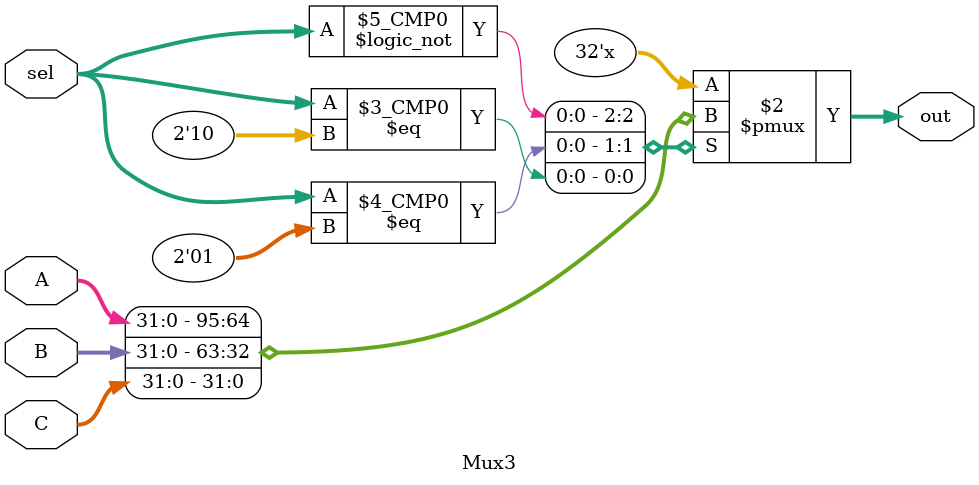
<source format=v>
module Mux3(
    input [1:0]  sel, 
    input [31:0] A, 
    input [31:0] B, 
    input [31:0] C,
    output reg [31:0] out
);

always @(*) begin
    case (sel)
        2'd0 : out <= A;
        2'd1 : out <= B;
        2'd2 : out <= C;
    endcase
end
endmodule
</source>
